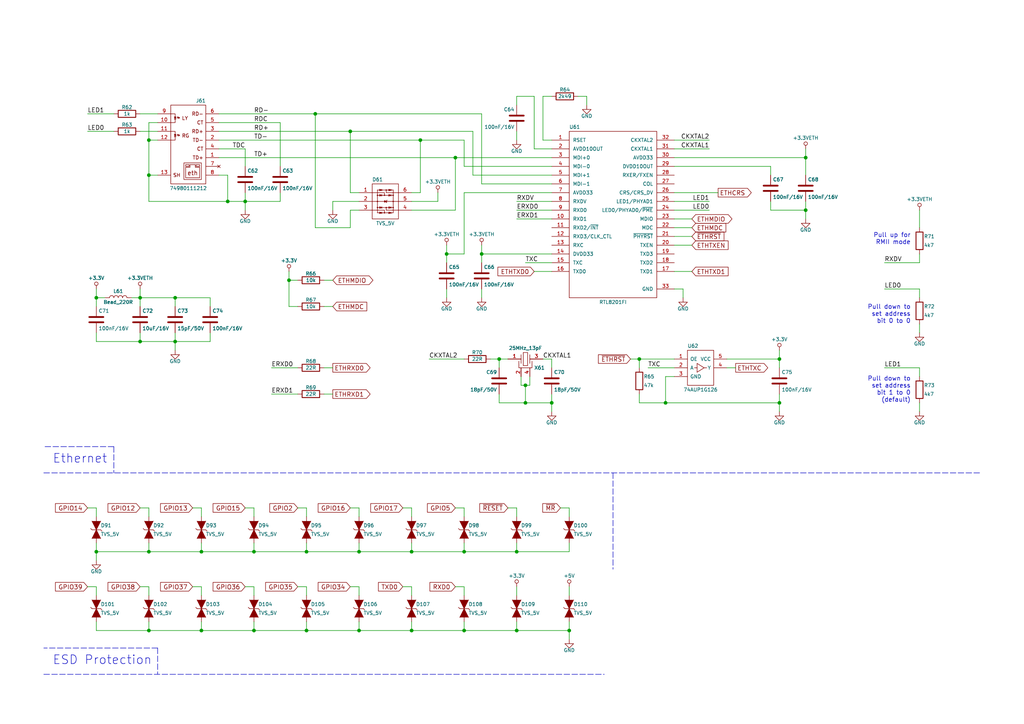
<source format=kicad_sch>
(kicad_sch (version 20211123) (generator eeschema)
  (paper "A4")
  (title_block (title "IOT ESP Ethernet") (date "2023-12-30") (rev "1") (company "Uysan"))
  (junction (at 193.04 116.84))
  (junction (at 43.18 160.02))
  (junction (at 134.62 160.02))
  (junction (at 139.7 73.66))
  (junction (at 226.06 116.84))
  (junction (at 226.06 104.14))
  (junction (at 119.38 160.02))
  (junction (at 104.14 160.02))
  (junction (at 149.86 160.02))
  (junction (at 119.38 182.88))
  (junction (at 121.92 40.64))
  (junction (at 66.04 58.42))
  (junction (at 233.68 60.96))
  (junction (at 50.8 99.06))
  (junction (at 83.82 81.28))
  (junction (at 43.18 40.64))
  (junction (at 91.44 33.02))
  (junction (at 40.64 99.06))
  (junction (at 50.8 86.36))
  (junction (at 43.18 182.88))
  (junction (at 129.54 73.66))
  (junction (at 27.94 86.36))
  (junction (at 88.9 182.88))
  (junction (at 152.4 116.84))
  (junction (at 43.18 50.8))
  (junction (at 160.02 116.84))
  (junction (at 185.42 104.14))
  (junction (at 152.4 111.76))
  (junction (at 71.12 58.42))
  (junction (at 27.94 160.02))
  (junction (at 40.64 86.36))
  (junction (at 104.14 182.88))
  (junction (at 73.66 160.02))
  (junction (at 58.42 182.88))
  (junction (at 144.78 104.14))
  (junction (at 58.42 160.02))
  (junction (at 132.08 45.72))
  (junction (at 233.68 45.72))
  (junction (at 149.86 182.88))
  (junction (at 134.62 182.88))
  (junction (at 101.6 38.1))
  (junction (at 88.9 160.02))
  (junction (at 73.66 182.88))
  (junction (at 165.1 182.88))
  (wire (pts (xy 134.62 40.64) (xy 134.62 48.26)))
  (wire (pts (xy 134.62 160.02) (xy 149.86 160.02)))
  (wire (pts (xy 101.6 60.96) (xy 101.6 66.04)))
  (wire (pts (xy 91.44 33.02) (xy 139.7 33.02)))
  (wire (pts (xy 73.66 160.02) (xy 88.9 160.02)))
  (wire (pts (xy 134.62 48.26) (xy 160.02 48.26)))
  (wire (pts (xy 43.18 170.18) (xy 43.18 172.72)))
  (wire (pts (xy 71.12 43.18) (xy 71.12 48.26)))
  (wire (pts (xy 149.86 58.42) (xy 160.02 58.42)))
  (wire (pts (xy 58.42 182.88) (xy 73.66 182.88)))
  (wire (pts (xy 132.08 60.96) (xy 132.08 45.72)))
  (wire (pts (xy 129.54 83.82) (xy 129.54 86.36)))
  (wire (pts (xy 96.52 58.42) (xy 104.14 58.42)))
  (wire (pts (xy 149.86 147.32) (xy 147.32 147.32)))
  (wire (pts (xy 58.42 180.34) (xy 58.42 182.88)))
  (wire (pts (xy 27.94 96.52) (xy 27.94 99.06)))
  (wire (pts (xy 153.67 111.76) (xy 153.67 109.22)))
  (polyline (pts (xy 12.7 195.58) (xy 175.26 195.58)))
  (wire (pts (xy 83.82 81.28) (xy 86.36 81.28)))
  (wire (pts (xy 195.58 43.18) (xy 205.74 43.18)))
  (wire (pts (xy 38.1 86.36) (xy 40.64 86.36)))
  (wire (pts (xy 144.78 104.14) (xy 147.32 104.14)))
  (wire (pts (xy 195.58 55.88) (xy 208.28 55.88)))
  (wire (pts (xy 266.7 60.96) (xy 266.7 66.04)))
  (wire (pts (xy 193.04 116.84) (xy 193.04 109.22)))
  (wire (pts (xy 134.62 180.34) (xy 134.62 182.88)))
  (wire (pts (xy 256.54 76.2) (xy 266.7 76.2)))
  (wire (pts (xy 40.64 170.18) (xy 43.18 170.18)))
  (wire (pts (xy 73.66 172.72) (xy 73.66 170.18)))
  (wire (pts (xy 233.68 58.42) (xy 233.68 60.96)))
  (wire (pts (xy 160.02 116.84) (xy 160.02 119.38)))
  (wire (pts (xy 43.18 160.02) (xy 27.94 160.02)))
  (wire (pts (xy 88.9 180.34) (xy 88.9 182.88)))
  (wire (pts (xy 60.96 86.36) (xy 60.96 88.9)))
  (wire (pts (xy 132.08 147.32) (xy 134.62 147.32)))
  (wire (pts (xy 104.14 147.32) (xy 101.6 147.32)))
  (wire (pts (xy 66.04 58.42) (xy 71.12 58.42)))
  (wire (pts (xy 149.86 182.88) (xy 165.1 182.88)))
  (wire (pts (xy 134.62 182.88) (xy 149.86 182.88)))
  (wire (pts (xy 25.4 147.32) (xy 27.94 147.32)))
  (wire (pts (xy 66.04 50.8) (xy 66.04 58.42)))
  (wire (pts (xy 149.86 160.02) (xy 165.1 160.02)))
  (wire (pts (xy 43.18 147.32) (xy 43.18 149.86)))
  (wire (pts (xy 119.38 157.48) (xy 119.38 160.02)))
  (wire (pts (xy 160.02 50.8) (xy 137.16 50.8)))
  (wire (pts (xy 43.18 35.56) (xy 43.18 40.64)))
  (wire (pts (xy 223.52 60.96) (xy 233.68 60.96)))
  (wire (pts (xy 134.62 55.88) (xy 134.62 73.66)))
  (wire (pts (xy 60.96 96.52) (xy 60.96 99.06)))
  (wire (pts (xy 88.9 147.32) (xy 86.36 147.32)))
  (wire (pts (xy 233.68 50.8) (xy 233.68 45.72)))
  (wire (pts (xy 43.18 160.02) (xy 58.42 160.02)))
  (wire (pts (xy 152.4 76.2) (xy 160.02 76.2)))
  (wire (pts (xy 139.7 73.66) (xy 160.02 73.66)))
  (wire (pts (xy 71.12 58.42) (xy 71.12 60.96)))
  (wire (pts (xy 195.58 68.58) (xy 200.66 68.58)))
  (wire (pts (xy 139.7 83.82) (xy 139.7 86.36)))
  (wire (pts (xy 83.82 81.28) (xy 83.82 88.9)))
  (wire (pts (xy 88.9 170.18) (xy 88.9 172.72)))
  (wire (pts (xy 185.42 104.14) (xy 185.42 106.68)))
  (wire (pts (xy 149.86 149.86) (xy 149.86 147.32)))
  (wire (pts (xy 165.1 182.88) (xy 165.1 185.42)))
  (wire (pts (xy 88.9 149.86) (xy 88.9 147.32)))
  (wire (pts (xy 50.8 99.06) (xy 50.8 96.52)))
  (wire (pts (xy 195.58 63.5) (xy 200.66 63.5)))
  (wire (pts (xy 73.66 157.48) (xy 73.66 160.02)))
  (wire (pts (xy 73.66 149.86) (xy 73.66 147.32)))
  (wire (pts (xy 81.28 55.88) (xy 81.28 58.42)))
  (wire (pts (xy 104.14 55.88) (xy 101.6 55.88)))
  (wire (pts (xy 139.7 73.66) (xy 139.7 76.2)))
  (polyline (pts (xy 177.8 137.16) (xy 177.8 165.1)))
  (wire (pts (xy 27.94 170.18) (xy 27.94 172.72)))
  (wire (pts (xy 165.1 147.32) (xy 162.56 147.32)))
  (wire (pts (xy 266.7 83.82) (xy 266.7 86.36)))
  (wire (pts (xy 63.5 38.1) (xy 101.6 38.1)))
  (wire (pts (xy 165.1 182.88) (xy 165.1 180.34)))
  (wire (pts (xy 165.1 170.18) (xy 165.1 172.72)))
  (wire (pts (xy 119.38 160.02) (xy 134.62 160.02)))
  (wire (pts (xy 27.94 160.02) (xy 27.94 157.48)))
  (wire (pts (xy 124.46 104.14) (xy 134.62 104.14)))
  (wire (pts (xy 93.98 81.28) (xy 96.52 81.28)))
  (wire (pts (xy 27.94 182.88) (xy 43.18 182.88)))
  (wire (pts (xy 40.64 86.36) (xy 40.64 88.9)))
  (wire (pts (xy 266.7 73.66) (xy 266.7 76.2)))
  (wire (pts (xy 226.06 116.84) (xy 193.04 116.84)))
  (wire (pts (xy 66.04 58.42) (xy 43.18 58.42)))
  (wire (pts (xy 151.13 111.76) (xy 152.4 111.76)))
  (wire (pts (xy 86.36 170.18) (xy 88.9 170.18)))
  (wire (pts (xy 256.54 106.68) (xy 266.7 106.68)))
  (wire (pts (xy 78.74 106.68) (xy 86.36 106.68)))
  (wire (pts (xy 144.78 116.84) (xy 152.4 116.84)))
  (wire (pts (xy 195.58 71.12) (xy 200.66 71.12)))
  (wire (pts (xy 137.16 38.1) (xy 137.16 50.8)))
  (wire (pts (xy 104.14 60.96) (xy 101.6 60.96)))
  (polyline (pts (xy 12.7 137.16) (xy 284.48 137.16)))
  (wire (pts (xy 27.94 170.18) (xy 25.4 170.18)))
  (polyline (pts (xy 33.02 129.54) (xy 33.02 137.16)))
  (wire (pts (xy 63.5 40.64) (xy 121.92 40.64)))
  (wire (pts (xy 73.66 182.88) (xy 88.9 182.88)))
  (wire (pts (xy 139.7 33.02) (xy 139.7 53.34)))
  (wire (pts (xy 134.62 147.32) (xy 134.62 149.86)))
  (wire (pts (xy 127 58.42) (xy 119.38 58.42)))
  (wire (pts (xy 149.86 63.5) (xy 160.02 63.5)))
  (wire (pts (xy 73.66 180.34) (xy 73.66 182.88)))
  (wire (pts (xy 78.74 114.3) (xy 86.36 114.3)))
  (wire (pts (xy 91.44 66.04) (xy 91.44 33.02)))
  (wire (pts (xy 119.38 147.32) (xy 116.84 147.32)))
  (wire (pts (xy 185.42 104.14) (xy 195.58 104.14)))
  (wire (pts (xy 233.68 60.96) (xy 233.68 63.5)))
  (wire (pts (xy 160.02 114.3) (xy 160.02 116.84)))
  (wire (pts (xy 58.42 157.48) (xy 58.42 160.02)))
  (wire (pts (xy 73.66 147.32) (xy 71.12 147.32)))
  (wire (pts (xy 134.62 55.88) (xy 160.02 55.88)))
  (wire (pts (xy 226.06 101.6) (xy 226.06 104.14)))
  (wire (pts (xy 157.48 40.64) (xy 160.02 40.64)))
  (wire (pts (xy 210.82 106.68) (xy 213.36 106.68)))
  (wire (pts (xy 83.82 78.74) (xy 83.82 81.28)))
  (wire (pts (xy 132.08 45.72) (xy 160.02 45.72)))
  (wire (pts (xy 104.14 149.86) (xy 104.14 147.32)))
  (wire (pts (xy 157.48 27.94) (xy 157.48 40.64)))
  (wire (pts (xy 40.64 147.32) (xy 43.18 147.32)))
  (wire (pts (xy 25.4 38.1) (xy 33.02 38.1)))
  (wire (pts (xy 63.5 35.56) (xy 81.28 35.56)))
  (wire (pts (xy 142.24 104.14) (xy 144.78 104.14)))
  (wire (pts (xy 104.14 157.48) (xy 104.14 160.02)))
  (wire (pts (xy 165.1 149.86) (xy 165.1 147.32)))
  (wire (pts (xy 149.86 157.48) (xy 149.86 160.02)))
  (wire (pts (xy 93.98 88.9) (xy 96.52 88.9)))
  (wire (pts (xy 129.54 73.66) (xy 134.62 73.66)))
  (wire (pts (xy 195.58 45.72) (xy 233.68 45.72)))
  (wire (pts (xy 160.02 43.18) (xy 154.94 43.18)))
  (wire (pts (xy 149.86 170.18) (xy 149.86 172.72)))
  (wire (pts (xy 43.18 182.88) (xy 58.42 182.88)))
  (wire (pts (xy 27.94 86.36) (xy 30.48 86.36)))
  (wire (pts (xy 58.42 160.02) (xy 73.66 160.02)))
  (wire (pts (xy 43.18 40.64) (xy 45.72 40.64)))
  (wire (pts (xy 154.94 43.18) (xy 154.94 27.94)))
  (wire (pts (xy 88.9 182.88) (xy 104.14 182.88)))
  (wire (pts (xy 152.4 116.84) (xy 160.02 116.84)))
  (wire (pts (xy 27.94 180.34) (xy 27.94 182.88)))
  (wire (pts (xy 127 55.88) (xy 127 58.42)))
  (wire (pts (xy 81.28 35.56) (xy 81.28 48.26)))
  (wire (pts (xy 86.36 88.9) (xy 83.82 88.9)))
  (wire (pts (xy 195.58 78.74) (xy 200.66 78.74)))
  (wire (pts (xy 165.1 160.02) (xy 165.1 157.48)))
  (polyline (pts (xy 45.72 187.96) (xy 12.7 187.96)))
  (wire (pts (xy 43.18 50.8) (xy 43.18 58.42)))
  (wire (pts (xy 226.06 116.84) (xy 226.06 119.38)))
  (wire (pts (xy 27.94 99.06) (xy 40.64 99.06)))
  (wire (pts (xy 121.92 40.64) (xy 134.62 40.64)))
  (wire (pts (xy 50.8 86.36) (xy 40.64 86.36)))
  (wire (pts (xy 50.8 86.36) (xy 60.96 86.36)))
  (wire (pts (xy 193.04 109.22) (xy 195.58 109.22)))
  (wire (pts (xy 233.68 43.18) (xy 233.68 45.72)))
  (wire (pts (xy 149.86 38.1) (xy 149.86 40.64)))
  (wire (pts (xy 151.13 109.22) (xy 151.13 111.76)))
  (wire (pts (xy 27.94 147.32) (xy 27.94 149.86)))
  (wire (pts (xy 40.64 96.52) (xy 40.64 99.06)))
  (wire (pts (xy 195.58 66.04) (xy 200.66 66.04)))
  (wire (pts (xy 149.86 60.96) (xy 160.02 60.96)))
  (wire (pts (xy 154.94 27.94) (xy 149.86 27.94)))
  (wire (pts (xy 132.08 170.18) (xy 134.62 170.18)))
  (wire (pts (xy 101.6 38.1) (xy 137.16 38.1)))
  (wire (pts (xy 119.38 170.18) (xy 119.38 172.72)))
  (wire (pts (xy 187.96 106.68) (xy 195.58 106.68)))
  (wire (pts (xy 266.7 106.68) (xy 266.7 109.22)))
  (wire (pts (xy 104.14 160.02) (xy 119.38 160.02)))
  (wire (pts (xy 71.12 58.42) (xy 81.28 58.42)))
  (wire (pts (xy 58.42 172.72) (xy 58.42 170.18)))
  (wire (pts (xy 40.64 83.82) (xy 40.64 86.36)))
  (wire (pts (xy 50.8 99.06) (xy 60.96 99.06)))
  (wire (pts (xy 104.14 182.88) (xy 119.38 182.88)))
  (polyline (pts (xy 33.02 129.54) (xy 12.7 129.54)))
  (wire (pts (xy 119.38 182.88) (xy 134.62 182.88)))
  (wire (pts (xy 27.94 86.36) (xy 27.94 88.9)))
  (wire (pts (xy 101.6 55.88) (xy 101.6 38.1)))
  (wire (pts (xy 195.58 60.96) (xy 205.74 60.96)))
  (wire (pts (xy 119.38 55.88) (xy 121.92 55.88)))
  (wire (pts (xy 93.98 114.3) (xy 96.52 114.3)))
  (wire (pts (xy 149.86 180.34) (xy 149.86 182.88)))
  (wire (pts (xy 149.86 27.94) (xy 149.86 30.48)))
  (wire (pts (xy 40.64 99.06) (xy 50.8 99.06)))
  (wire (pts (xy 119.38 60.96) (xy 132.08 60.96)))
  (wire (pts (xy 266.7 93.98) (xy 266.7 96.52)))
  (wire (pts (xy 160.02 104.14) (xy 160.02 106.68)))
  (wire (pts (xy 157.48 104.14) (xy 160.02 104.14)))
  (wire (pts (xy 58.42 170.18) (xy 55.88 170.18)))
  (wire (pts (xy 144.78 114.3) (xy 144.78 116.84)))
  (wire (pts (xy 134.62 170.18) (xy 134.62 172.72)))
  (wire (pts (xy 185.42 116.84) (xy 193.04 116.84)))
  (wire (pts (xy 195.58 40.64) (xy 205.74 40.64)))
  (wire (pts (xy 73.66 170.18) (xy 71.12 170.18)))
  (wire (pts (xy 170.18 30.48) (xy 170.18 27.94)))
  (wire (pts (xy 43.18 157.48) (xy 43.18 160.02)))
  (wire (pts (xy 43.18 35.56) (xy 45.72 35.56)))
  (wire (pts (xy 27.94 83.82) (xy 27.94 86.36)))
  (wire (pts (xy 121.92 55.88) (xy 121.92 40.64)))
  (wire (pts (xy 58.42 147.32) (xy 55.88 147.32)))
  (wire (pts (xy 104.14 170.18) (xy 104.14 172.72)))
  (wire (pts (xy 119.38 147.32) (xy 119.38 149.86)))
  (wire (pts (xy 266.7 116.84) (xy 266.7 119.38)))
  (wire (pts (xy 43.18 40.64) (xy 43.18 50.8)))
  (wire (pts (xy 152.4 116.84) (xy 152.4 111.76)))
  (wire (pts (xy 195.58 58.42) (xy 205.74 58.42)))
  (polyline (pts (xy 45.72 187.96) (xy 45.72 195.58)))
  (wire (pts (xy 226.06 104.14) (xy 226.06 106.68)))
  (wire (pts (xy 27.94 160.02) (xy 27.94 162.56)))
  (wire (pts (xy 223.52 48.26) (xy 223.52 50.8)))
  (wire (pts (xy 152.4 111.76) (xy 153.67 111.76)))
  (wire (pts (xy 25.4 33.02) (xy 33.02 33.02)))
  (wire (pts (xy 101.6 66.04) (xy 91.44 66.04)))
  (wire (pts (xy 119.38 180.34) (xy 119.38 182.88)))
  (wire (pts (xy 195.58 48.26) (xy 223.52 48.26)))
  (wire (pts (xy 50.8 99.06) (xy 50.8 101.6)))
  (wire (pts (xy 40.64 38.1) (xy 45.72 38.1)))
  (wire (pts (xy 182.88 104.14) (xy 185.42 104.14)))
  (wire (pts (xy 88.9 160.02) (xy 104.14 160.02)))
  (wire (pts (xy 63.5 43.18) (xy 71.12 43.18)))
  (wire (pts (xy 93.98 106.68) (xy 96.52 106.68)))
  (wire (pts (xy 226.06 114.3) (xy 226.06 116.84)))
  (wire (pts (xy 210.82 104.14) (xy 226.06 104.14)))
  (wire (pts (xy 88.9 157.48) (xy 88.9 160.02)))
  (wire (pts (xy 63.5 33.02) (xy 91.44 33.02)))
  (wire (pts (xy 71.12 55.88) (xy 71.12 58.42)))
  (wire (pts (xy 160.02 27.94) (xy 157.48 27.94)))
  (wire (pts (xy 129.54 73.66) (xy 129.54 76.2)))
  (wire (pts (xy 104.14 180.34) (xy 104.14 182.88)))
  (wire (pts (xy 58.42 149.86) (xy 58.42 147.32)))
  (wire (pts (xy 160.02 53.34) (xy 139.7 53.34)))
  (wire (pts (xy 134.62 157.48) (xy 134.62 160.02)))
  (wire (pts (xy 223.52 58.42) (xy 223.52 60.96)))
  (wire (pts (xy 256.54 83.82) (xy 266.7 83.82)))
  (wire (pts (xy 195.58 83.82) (xy 198.12 83.82)))
  (wire (pts (xy 43.18 180.34) (xy 43.18 182.88)))
  (wire (pts (xy 129.54 71.12) (xy 129.54 73.66)))
  (wire (pts (xy 40.64 33.02) (xy 45.72 33.02)))
  (wire (pts (xy 116.84 170.18) (xy 119.38 170.18)))
  (wire (pts (xy 185.42 114.3) (xy 185.42 116.84)))
  (wire (pts (xy 101.6 170.18) (xy 104.14 170.18)))
  (wire (pts (xy 167.64 27.94) (xy 170.18 27.94)))
  (wire (pts (xy 154.94 78.74) (xy 160.02 78.74)))
  (wire (pts (xy 139.7 71.12) (xy 139.7 73.66)))
  (wire (pts (xy 63.5 45.72) (xy 132.08 45.72)))
  (wire (pts (xy 198.12 86.36) (xy 198.12 83.82)))
  (wire (pts (xy 50.8 86.36) (xy 50.8 88.9)))
  (wire (pts (xy 144.78 104.14) (xy 144.78 106.68)))
  (wire (pts (xy 63.5 50.8) (xy 66.04 50.8)))
  (wire (pts (xy 45.72 50.8) (xy 43.18 50.8)))
  (wire (pts (xy 96.52 58.42) (xy 96.52 60.96)))
  (text "ESD Protection" (at 15.24 193.04 0) (effects (font (size 2.54 2.54)) (justify left bottom)))
  (text "Pull down to\nset address\nbit 0 to 0" (at 264.16 93.98 180) (effects (font (size 1.27 1.27)) (justify right bottom)))
  (text "Pull down to\nset address\nbit 1 to 0\n(default)" (at 264.16 116.84 180) (effects (font (size 1.27 1.27)) (justify right bottom)))
  (text "Pull up for\nRMII mode" (at 264.16 71.12 180) (effects (font (size 1.27 1.27)) (justify right bottom)))
  (text "Ethernet" (at 15.24 134.62 0) (effects (font (size 2.54 2.54)) (justify left bottom)))
  (label "ERXD1" (at 78.74 114.3 0))
  (label "CKXTAL1" (at 157.48 104.14 0))
  (label "TD-" (at 73.66 40.64 0))
  (label "LED1" (at 25.4 33.02 0))
  (label "ERXD0" (at 149.86 60.96 0))
  (label "RDC" (at 73.66 35.56 0))
  (label "ERXD0" (at 78.74 106.68 0))
  (label "TXC" (at 152.4 76.2 0))
  (label "RXDV" (at 256.54 76.2 0))
  (label "CKXTAL2" (at 124.46 104.14 0))
  (label "TXC" (at 187.96 106.68 0))
  (label "CKXTAL2" (at 205.74 40.64 180))
  (label "LED0" (at 205.74 60.96 180))
  (label "LED0" (at 25.4 38.1 0))
  (label "RXDV" (at 149.86 58.42 0))
  (label "LED1" (at 256.54 106.68 0))
  (label "CKXTAL1" (at 205.74 43.18 180))
  (label "LED1" (at 205.74 58.42 180))
  (label "RD-" (at 73.66 33.02 0))
  (label "RD+" (at 73.66 38.1 0))
  (label "ERXD1" (at 149.86 63.5 0))
  (label "TD+" (at 73.66 45.72 0))
  (label "LED0" (at 256.54 83.82 0))
  (label "TDC" (at 71.12 43.18 180))
  (global_label "ETHRXD0" (shape output) (at 96.52 106.68 0) (property "Intersheet References" "${INTERSHEET_REFS}" (effects hide)))
  (global_label "GPIO39" (shape input) (at 25.4 170.18 180) (property "Intersheet References" "${INTERSHEET_REFS}" (effects hide)))
  (global_label "GPIO16" (shape input) (at 101.6 147.32 180) (property "Intersheet References" "${INTERSHEET_REFS}" (effects hide)))
  (global_label "~{ETHRST}" (shape input) (at 182.88 104.14 180) (property "Intersheet References" "${INTERSHEET_REFS}" (effects hide)))
  (global_label "GPIO13" (shape input) (at 55.88 147.32 180) (property "Intersheet References" "${INTERSHEET_REFS}" (effects hide)))
  (global_label "GPIO35" (shape input) (at 86.36 170.18 180) (property "Intersheet References" "${INTERSHEET_REFS}" (effects hide)))
  (global_label "GPIO37" (shape input) (at 55.88 170.18 180) (property "Intersheet References" "${INTERSHEET_REFS}" (effects hide)))
  (global_label "ETHTXC" (shape output) (at 213.36 106.68 0) (property "Intersheet References" "${INTERSHEET_REFS}" (effects hide)))
  (global_label "ETHMDIO" (shape bidirectional) (at 200.66 63.5 0) (property "Intersheet References" "${INTERSHEET_REFS}" (effects hide)))
  (global_label "ETHRXD1" (shape output) (at 96.52 114.3 0) (property "Intersheet References" "${INTERSHEET_REFS}" (effects hide)))
  (global_label "ETHMDIO" (shape bidirectional) (at 96.52 81.28 0) (property "Intersheet References" "${INTERSHEET_REFS}" (effects hide)))
  (global_label "GPIO17" (shape input) (at 116.84 147.32 180) (property "Intersheet References" "${INTERSHEET_REFS}" (effects hide)))
  (global_label "GPIO36" (shape input) (at 71.12 170.18 180) (property "Intersheet References" "${INTERSHEET_REFS}" (effects hide)))
  (global_label "GPIO2" (shape input) (at 86.36 147.32 180) (property "Intersheet References" "${INTERSHEET_REFS}" (effects hide)))
  (global_label "TXD0" (shape input) (at 116.84 170.18 180) (property "Intersheet References" "${INTERSHEET_REFS}" (effects hide)))
  (global_label "ETHTXD1" (shape input) (at 200.66 78.74 0) (property "Intersheet References" "${INTERSHEET_REFS}" (effects hide)))
  (global_label "GPIO5" (shape input) (at 132.08 147.32 180) (property "Intersheet References" "${INTERSHEET_REFS}" (effects hide)))
  (global_label "GPIO15" (shape input) (at 71.12 147.32 180) (property "Intersheet References" "${INTERSHEET_REFS}" (effects hide)))
  (global_label "~{MR}" (shape input) (at 162.56 147.32 180) (property "Intersheet References" "${INTERSHEET_REFS}" (effects hide)))
  (global_label "~{RESET}" (shape input) (at 147.32 147.32 180) (property "Intersheet References" "${INTERSHEET_REFS}" (effects hide)))
  (global_label "ETHMDC" (shape input) (at 96.52 88.9 0) (property "Intersheet References" "${INTERSHEET_REFS}" (effects hide)))
  (global_label "ETHMDC" (shape input) (at 200.66 66.04 0) (property "Intersheet References" "${INTERSHEET_REFS}" (effects hide)))
  (global_label "RXD0" (shape input) (at 132.08 170.18 180) (property "Intersheet References" "${INTERSHEET_REFS}" (effects hide)))
  (global_label "~{ETHRST}" (shape input) (at 200.66 68.58 0) (property "Intersheet References" "${INTERSHEET_REFS}" (effects hide)))
  (global_label "GPIO12" (shape input) (at 40.64 147.32 180) (property "Intersheet References" "${INTERSHEET_REFS}" (effects hide)))
  (global_label "ETHCRS" (shape output) (at 208.28 55.88 0) (property "Intersheet References" "${INTERSHEET_REFS}" (effects hide)))
  (global_label "GPIO34" (shape input) (at 101.6 170.18 180) (property "Intersheet References" "${INTERSHEET_REFS}" (effects hide)))
  (global_label "GPIO14" (shape input) (at 25.4 147.32 180) (property "Intersheet References" "${INTERSHEET_REFS}" (effects hide)))
  (global_label "ETHTXD0" (shape input) (at 154.94 78.74 180) (property "Intersheet References" "${INTERSHEET_REFS}" (effects hide)))
  (global_label "GPIO38" (shape input) (at 40.64 170.18 180) (property "Intersheet References" "${INTERSHEET_REFS}" (effects hide)))
  (global_label "ETHTXEN" (shape input) (at 200.66 71.12 0) (property "Intersheet References" "${INTERSHEET_REFS}" (effects hide)))
  (symbol (lib_id "Celebi:resistor") (at 266.7 90.17 270) (mirror x) (unit 1)
    (property "Reference" "R72" (at 267.97 88.9 90) (effects (font (size 1.016 1.016)) (justify left)))
    (property "Value" "4k7" (at 267.97 91.44 90) (effects (font (size 1.016 1.016)) (justify left)))
    (property "Footprint" "Celebi:SM0402" (effects hide))
    (property "Datasheet" "https://www.yageo.com/upload/media/product/productsearch/datasheet/rchip/PYu-RC_Group_51_RoHS_L_12.pdf" (effects hide))
    (property "Tolerance" "1%" (effects hide))
    (property "Power" "1/16W" (effects hide))
    (property "Temperature" "-55+155°C" (effects hide))
    (property "Manufacturer" "Yageo" (effects hide))
    (property "PartNumber" "RC0402FR-074K7L" (effects hide))
    (property "Digikey" "311-4.7KLRCT-ND" (effects hide))
  )
  (symbol (lib_id "Celebi:resistor") (at 90.17 114.3 0) (unit 1)
    (property "Reference" "R69" (at 90.17 112.395 0) (effects (font (size 1.016 1.016))))
    (property "Value" "22R" (at 90.17 114.3 0) (effects (font (size 1.016 1.016))))
    (property "Footprint" "Celebi:SM0402" (effects hide))
    (property "Datasheet" "https://www.yageo.com/upload/media/product/productsearch/datasheet/rchip/PYu-RC_Group_51_RoHS_L_12.pdf" (effects hide))
    (property "Tolerance" "1%" (effects hide))
    (property "Power" "1/16W" (effects hide))
    (property "Temperature" "-55+155°C" (effects hide))
    (property "Manufacturer" "Yageo" (effects hide))
    (property "PartNumber" "RC0402FR-0722RL" (effects hide))
    (property "Digikey" "311-22.0LRCT-ND" (effects hide))
  )
  (symbol (lib_id "Celebi:Diode-TVS_Bidirectional") (at 149.86 176.53 90) (unit 1)
    (property "Reference" "D109" (at 151.13 175.26 90) (effects (font (size 1.016 1.016)) (justify right)))
    (property "Value" "TVS_5V" (at 151.13 177.8 90) (effects (font (size 1.016 1.016)) (justify right)))
    (property "Footprint" "Celebi:DFN1006-2" (effects hide))
    (property "Datasheet" "https://en.leiditech.com/u_file/file/products/2212/16/1ac2f97961.pdf" (effects hide))
    (property "Tolerance" "_" (effects hide))
    (property "Power" "110W" (effects hide))
    (property "Temperature" "-55+150°C" (effects hide))
    (property "Manufacturer" "Leiditech" (effects hide))
    (property "PartNumber" "ULC0511CDN" (effects hide))
    (property "Digikey" "!490-12804-1-ND" (effects hide))
  )
  (symbol (lib_id "Celebi:RTL8201F") (at 177.8 62.23 0) (unit 1)
    (property "Reference" "U61" (at 165.1 36.83 0) (effects (font (size 1.016 1.016)) (justify left)))
    (property "Value" "RTL8201FI" (at 177.8 87.63 0) (effects (font (size 1.016 1.016))))
    (property "Footprint" "Celebi:QFN32_5x5_P0.5_E3.35mm" (effects hide))
    (property "Datasheet" "https://datasheet.lcsc.com/lcsc/2205101116_Realtek-Semicon-RTL8201FI-VC-CG_C2763557.pdf" (effects hide))
    (property "Tolerance" "_" (effects hide))
    (property "Power" "_" (effects hide))
    (property "Temperature" "-40+85°C" (effects hide))
    (property "Manufacturer" "Realtek" (effects hide))
    (property "PartNumber" "RTL8201FI-VC-CG" (effects hide))
    (property "Digikey" "_" (effects hide))
  )
  (symbol (lib_id "Celebi:Diode-TVS_Bidirectional") (at 43.18 176.53 90) (unit 1)
    (property "Reference" "D102" (at 44.45 175.26 90) (effects (font (size 1.016 1.016)) (justify right)))
    (property "Value" "TVS_5V" (at 44.45 177.8 90) (effects (font (size 1.016 1.016)) (justify right)))
    (property "Footprint" "Celebi:DFN1006-2" (effects hide))
    (property "Datasheet" "https://en.leiditech.com/u_file/file/products/2212/16/1ac2f97961.pdf" (effects hide))
    (property "Tolerance" "_" (effects hide))
    (property "Power" "110W" (effects hide))
    (property "Temperature" "-55+150°C" (effects hide))
    (property "Manufacturer" "Leiditech" (effects hide))
    (property "PartNumber" "ULC0511CDN" (effects hide))
    (property "Digikey" "!490-12804-1-ND" (effects hide))
  )
  (symbol (lib_id "Celebi:Diode-TVS_Bidirectional") (at 88.9 176.53 90) (unit 1)
    (property "Reference" "D105" (at 90.17 175.26 90) (effects (font (size 1.016 1.016)) (justify right)))
    (property "Value" "TVS_5V" (at 90.17 177.8 90) (effects (font (size 1.016 1.016)) (justify right)))
    (property "Footprint" "Celebi:DFN1006-2" (effects hide))
    (property "Datasheet" "https://en.leiditech.com/u_file/file/products/2212/16/1ac2f97961.pdf" (effects hide))
    (property "Tolerance" "_" (effects hide))
    (property "Power" "110W" (effects hide))
    (property "Temperature" "-55+150°C" (effects hide))
    (property "Manufacturer" "Leiditech" (effects hide))
    (property "PartNumber" "ULC0511CDN" (effects hide))
    (property "Digikey" "!490-12804-1-ND" (effects hide))
  )
  (symbol (lib_id "Celebi:resistor") (at 185.42 110.49 270) (unit 1)
    (property "Reference" "R65" (at 186.69 109.22 90) (effects (font (size 1.016 1.016)) (justify left)))
    (property "Value" "47k" (at 186.69 111.76 90) (effects (font (size 1.016 1.016)) (justify left)))
    (property "Footprint" "Celebi:SM0402" (effects hide))
    (property "Datasheet" "https://www.yageo.com/upload/media/product/productsearch/datasheet/rchip/PYu-RC_Group_51_RoHS_L_12.pdf" (effects hide))
    (property "Tolerance" "1%" (effects hide))
    (property "Power" "1/16W" (effects hide))
    (property "Temperature" "-55+155°C" (effects hide))
    (property "Manufacturer" "Yageo" (effects hide))
    (property "PartNumber" "RC0402FR-0747KL" (effects hide))
    (property "Digikey" "311-47.0KLRCT-ND" (effects hide))
  )
  (symbol (lib_id "Celebi:+3.3V") (at 83.82 78.74 0) (unit 1)
    (property "Reference" "#PWR0215" (effects hide))
    (property "Value" "+3.3V" (at 83.82 75.565 0) (effects (font (size 1.016 1.016))))
  )
  (symbol (lib_id "Celebi:GND") (at 160.02 119.38 0) (unit 1)
    (property "Reference" "#PWR0198" (effects hide))
    (property "Value" "GND" (at 160.02 122.555 0) (effects (font (size 1.016 1.016))))
  )
  (symbol (lib_id "Celebi:resistor") (at 36.83 38.1 0) (unit 1)
    (property "Reference" "R63" (at 36.83 36.195 0) (effects (font (size 1.016 1.016))))
    (property "Value" "1k" (at 36.83 38.1 0) (effects (font (size 1.016 1.016))))
    (property "Footprint" "Celebi:SM0402" (effects hide))
    (property "Datasheet" "https://www.yageo.com/upload/media/product/productsearch/datasheet/rchip/PYu-RC_Group_51_RoHS_L_12.pdf" (effects hide))
    (property "Tolerance" "1%" (effects hide))
    (property "Power" "1/16W" (effects hide))
    (property "Temperature" "-55+155°C" (effects hide))
    (property "Manufacturer" "Yageo" (effects hide))
    (property "PartNumber" "RC0402FR-071KL" (effects hide))
    (property "Digikey" "311-1.00KLRCT-ND" (effects hide))
  )
  (symbol (lib_id "Celebi:capacitor") (at 233.68 54.61 270) (unit 1)
    (property "Reference" "C68" (at 234.315 52.07 90) (effects (font (size 1.016 1.016)) (justify left)))
    (property "Value" "100nF{slash}16V" (at 234.315 57.15 90) (effects (font (size 1.016 1.016)) (justify left)))
    (property "Footprint" "Celebi:SM0402C" (effects hide))
    (property "Datasheet" "http://weblib.samsungsem.com/mlcc/mlcc-ec-data-sheet.do?partNumber=CL05B104KO5NNN" (effects hide))
    (property "Tolerance" "10%" (effects hide))
    (property "Power" "_" (effects hide))
    (property "Temperature" "-55+125°C" (effects hide))
    (property "Manufacturer" "Samsung" (effects hide))
    (property "PartNumber" "CL05B104KO5NNNC" (effects hide))
    (property "Digikey" "1276-1001-1-ND" (effects hide))
  )
  (symbol (lib_id "Celebi:+3.3VETH") (at 266.7 60.96 0) (unit 1)
    (property "Reference" "#PWR0179" (effects hide))
    (property "Value" "+3.3VETH" (at 266.7 57.785 0) (effects (font (size 1.016 1.016))))
  )
  (symbol (lib_id "Celebi:capacitor") (at 60.96 92.71 270) (unit 1)
    (property "Reference" "C74" (at 61.595 90.17 90) (effects (font (size 1.016 1.016)) (justify left)))
    (property "Value" "100nF{slash}16V" (at 61.595 95.25 90) (effects (font (size 1.016 1.016)) (justify left)))
    (property "Footprint" "Celebi:SM0402C" (effects hide))
    (property "Datasheet" "http://weblib.samsungsem.com/mlcc/mlcc-ec-data-sheet.do?partNumber=CL05B104KO5NNN" (effects hide))
    (property "Tolerance" "10%" (effects hide))
    (property "Power" "_" (effects hide))
    (property "Temperature" "-55+125°C" (effects hide))
    (property "Manufacturer" "Samsung" (effects hide))
    (property "PartNumber" "CL05B104KO5NNNC" (effects hide))
    (property "Digikey" "1276-1001-1-ND" (effects hide))
  )
  (symbol (lib_id "Celebi:Diode-TVS_Bidirectional") (at 104.14 153.67 90) (unit 1)
    (property "Reference" "D96" (at 105.41 152.4 90) (effects (font (size 1.016 1.016)) (justify right)))
    (property "Value" "TVS_5V" (at 105.41 154.94 90) (effects (font (size 1.016 1.016)) (justify right)))
    (property "Footprint" "Celebi:DFN1006-2" (effects hide))
    (property "Datasheet" "https://en.leiditech.com/u_file/file/products/2212/16/1ac2f97961.pdf" (effects hide))
    (property "Tolerance" "_" (effects hide))
    (property "Power" "110W" (effects hide))
    (property "Temperature" "-55+150°C" (effects hide))
    (property "Manufacturer" "Leiditech" (effects hide))
    (property "PartNumber" "ULC0511CDN" (effects hide))
    (property "Digikey" "!490-12804-1-ND" (effects hide))
  )
  (symbol (lib_id "Celebi:resistor") (at 163.83 27.94 0) (unit 1)
    (property "Reference" "R64" (at 163.83 26.035 0) (effects (font (size 1.016 1.016))))
    (property "Value" "2k49" (at 163.83 27.94 0) (effects (font (size 1.016 1.016))))
    (property "Footprint" "Celebi:SM0402" (effects hide))
    (property "Datasheet" "https://www.yageo.com/upload/media/product/productsearch/datasheet/rchip/PYu-RC_Group_51_RoHS_L_12.pdf" (effects hide))
    (property "Tolerance" "1%" (effects hide))
    (property "Power" "1/16W" (effects hide))
    (property "Temperature" "-55+155°C" (effects hide))
    (property "Manufacturer" "Yageo" (effects hide))
    (property "PartNumber" "RC0402FR-072K49L" (effects hide))
    (property "Digikey" "311-2.49KLRCT-ND" (effects hide))
  )
  (symbol (lib_id "Celebi:GND") (at 50.8 101.6 0) (unit 1)
    (property "Reference" "#PWR0212" (effects hide))
    (property "Value" "GND" (at 50.8 104.775 0) (effects (font (size 1.016 1.016))))
  )
  (symbol (lib_id "Celebi:Diode-TVS_Bidirectional") (at 73.66 153.67 90) (unit 1)
    (property "Reference" "D94" (at 74.93 152.4 90) (effects (font (size 1.016 1.016)) (justify right)))
    (property "Value" "TVS_5V" (at 74.93 154.94 90) (effects (font (size 1.016 1.016)) (justify right)))
    (property "Footprint" "Celebi:DFN1006-2" (effects hide))
    (property "Datasheet" "https://en.leiditech.com/u_file/file/products/2212/16/1ac2f97961.pdf" (effects hide))
    (property "Tolerance" "_" (effects hide))
    (property "Power" "110W" (effects hide))
    (property "Temperature" "-55+150°C" (effects hide))
    (property "Manufacturer" "Leiditech" (effects hide))
    (property "PartNumber" "ULC0511CDN" (effects hide))
    (property "Digikey" "!490-12804-1-ND" (effects hide))
  )
  (symbol (lib_id "Celebi:capacitor") (at 40.64 92.71 270) (unit 1)
    (property "Reference" "C72" (at 41.275 90.17 90) (effects (font (size 1.016 1.016)) (justify left)))
    (property "Value" "10uF/16V" (at 41.275 95.25 90) (effects (font (size 1.016 1.016)) (justify left)))
    (property "Footprint" "Celebi:SM0805C" (effects hide))
    (property "Datasheet" "http://weblib.samsungsem.com/mlcc/mlcc-ec-data-sheet.do?partNumber=CL21B106KOQNNN" (effects hide))
    (property "Tolerance" "10%" (effects hide))
    (property "Power" "_" (effects hide))
    (property "Temperature" "-55+125°C" (effects hide))
    (property "Manufacturer" "Samsung" (effects hide))
    (property "PartNumber" "CL21B106KOQNNNE" (effects hide))
    (property "Digikey" "1276-2872-1-ND" (effects hide))
  )
  (symbol (lib_id "Celebi:Diode-TVS_Bidirectional") (at 165.1 153.67 90) (unit 1)
    (property "Reference" "D100" (at 166.37 152.4 90) (effects (font (size 1.016 1.016)) (justify right)))
    (property "Value" "TVS_5V" (at 166.37 154.94 90) (effects (font (size 1.016 1.016)) (justify right)))
    (property "Footprint" "Celebi:DFN1006-2" (effects hide))
    (property "Datasheet" "https://en.leiditech.com/u_file/file/products/2212/16/1ac2f97961.pdf" (effects hide))
    (property "Tolerance" "_" (effects hide))
    (property "Power" "110W" (effects hide))
    (property "Temperature" "-55+150°C" (effects hide))
    (property "Manufacturer" "Leiditech" (effects hide))
    (property "PartNumber" "ULC0511CDN" (effects hide))
    (property "Digikey" "!490-12804-1-ND" (effects hide))
  )
  (symbol (lib_id "Celebi:GND") (at 96.52 60.96 0) (unit 1)
    (property "Reference" "#PWR0157" (effects hide))
    (property "Value" "GND" (at 96.52 64.135 0) (effects (font (size 1.016 1.016))))
  )
  (symbol (lib_id "Celebi:resistor") (at 90.17 81.28 0) (unit 1)
    (property "Reference" "R66" (at 90.17 79.375 0) (effects (font (size 1.016 1.016))))
    (property "Value" "10k" (at 90.17 81.28 0) (effects (font (size 1.016 1.016))))
    (property "Footprint" "Celebi:SM0402" (effects hide))
    (property "Datasheet" "https://www.yageo.com/upload/media/product/productsearch/datasheet/rchip/PYu-RC_Group_51_RoHS_L_12.pdf" (effects hide))
    (property "Tolerance" "1%" (effects hide))
    (property "Power" "1/16W" (effects hide))
    (property "Temperature" "-55+155°C" (effects hide))
    (property "Manufacturer" "Yageo" (effects hide))
    (property "PartNumber" "RC0402FR-0710KL" (effects hide))
    (property "Digikey" "311-10.0KLRCT-ND" (effects hide))
  )
  (symbol (lib_id "Celebi:GND") (at 129.54 86.36 0) (unit 1)
    (property "Reference" "#PWR0223" (effects hide))
    (property "Value" "GND" (at 129.54 89.535 0) (effects (font (size 1.016 1.016))))
  )
  (symbol (lib_id "Celebi:GND") (at 71.12 60.96 0) (unit 1)
    (property "Reference" "#PWR0218" (effects hide))
    (property "Value" "GND" (at 71.12 64.135 0) (effects (font (size 1.016 1.016))))
  )
  (symbol (lib_id "Celebi:Diode-TVS_Bidirectional") (at 43.18 153.67 90) (unit 1)
    (property "Reference" "D92" (at 44.45 152.4 90) (effects (font (size 1.016 1.016)) (justify right)))
    (property "Value" "TVS_5V" (at 44.45 154.94 90) (effects (font (size 1.016 1.016)) (justify right)))
    (property "Footprint" "Celebi:DFN1006-2" (effects hide))
    (property "Datasheet" "https://en.leiditech.com/u_file/file/products/2212/16/1ac2f97961.pdf" (effects hide))
    (property "Tolerance" "_" (effects hide))
    (property "Power" "110W" (effects hide))
    (property "Temperature" "-55+150°C" (effects hide))
    (property "Manufacturer" "Leiditech" (effects hide))
    (property "PartNumber" "ULC0511CDN" (effects hide))
    (property "Digikey" "!490-12804-1-ND" (effects hide))
  )
  (symbol (lib_id "Celebi:Diode-TVS_Bidirectional") (at 88.9 153.67 90) (unit 1)
    (property "Reference" "D95" (at 90.17 152.4 90) (effects (font (size 1.016 1.016)) (justify right)))
    (property "Value" "TVS_5V" (at 90.17 154.94 90) (effects (font (size 1.016 1.016)) (justify right)))
    (property "Footprint" "Celebi:DFN1006-2" (effects hide))
    (property "Datasheet" "https://en.leiditech.com/u_file/file/products/2212/16/1ac2f97961.pdf" (effects hide))
    (property "Tolerance" "_" (effects hide))
    (property "Power" "110W" (effects hide))
    (property "Temperature" "-55+150°C" (effects hide))
    (property "Manufacturer" "Leiditech" (effects hide))
    (property "PartNumber" "ULC0511CDN" (effects hide))
    (property "Digikey" "!490-12804-1-ND" (effects hide))
  )
  (symbol (lib_id "Celebi:824015") (at 111.76 58.42 0) (unit 1)
    (property "Reference" "D61" (at 107.95 52.07 0) (effects (font (size 1.016 1.016)) (justify left)))
    (property "Value" "TVS_5V" (at 111.76 64.77 0) (effects (font (size 1.016 1.016))))
    (property "Footprint" "Celebi:SOT23-6L" (effects hide))
    (property "Datasheet" "https://www.we-online.com/catalog/datasheet/824015.pdf" (effects hide))
    (property "Tolerance" "_" (effects hide))
    (property "Power" "12A" (effects hide))
    (property "Temperature" "-55+125°C" (effects hide))
    (property "Manufacturer" "Wurth" (effects hide))
    (property "PartNumber" "824015" (effects hide))
    (property "Digikey" "732-4467-1-ND" (effects hide))
  )
  (symbol (lib_id "Celebi:+3.3VETH") (at 127 55.88 0) (unit 1)
    (property "Reference" "#PWR0114" (effects hide))
    (property "Value" "+3.3VETH" (at 127 52.705 0) (effects (font (size 1.016 1.016))))
  )
  (symbol (lib_id "Celebi:capacitor") (at 81.28 52.07 270) (unit 1)
    (property "Reference" "C63" (at 81.915 49.53 90) (effects (font (size 1.016 1.016)) (justify left)))
    (property "Value" "100nF{slash}16V" (at 81.915 54.61 90) (effects (font (size 1.016 1.016)) (justify left)))
    (property "Footprint" "Celebi:SM0402C" (effects hide))
    (property "Datasheet" "http://weblib.samsungsem.com/mlcc/mlcc-ec-data-sheet.do?partNumber=CL05B104KO5NNN" (effects hide))
    (property "Tolerance" "10%" (effects hide))
    (property "Power" "_" (effects hide))
    (property "Temperature" "-55+125°C" (effects hide))
    (property "Manufacturer" "Samsung" (effects hide))
    (property "PartNumber" "CL05B104KO5NNNC" (effects hide))
    (property "Digikey" "1276-1001-1-ND" (effects hide))
  )
  (symbol (lib_id "Celebi:GND") (at 27.94 162.56 0) (unit 1)
    (property "Reference" "#PWR0123" (effects hide))
    (property "Value" "GND" (at 27.94 165.735 0) (effects (font (size 1.016 1.016))))
  )
  (symbol (lib_id "Celebi:capacitor") (at 160.02 110.49 270) (unit 1)
    (property "Reference" "C70" (at 160.655 107.95 90) (effects (font (size 1.016 1.016)) (justify left)))
    (property "Value" "18pF{slash}50V" (at 160.655 113.03 90) (effects (font (size 1.016 1.016)) (justify left)))
    (property "Footprint" "Celebi:SM0402C" (effects hide))
    (property "Datasheet" "https://www.yageo.com/en/Chart/Download/pdf/CC0402JRNPO9BN180" (effects hide))
    (property "Tolerance" "5%" (effects hide))
    (property "Power" "_" (effects hide))
    (property "Temperature" "-55+125°C" (effects hide))
    (property "Manufacturer" "Yageo" (effects hide))
    (property "PartNumber" "CC0402JRNPO9BN180" (effects hide))
    (property "Digikey" "311-1415-1-ND" (effects hide))
  )
  (symbol (lib_id "Celebi:Diode-TVS_Bidirectional") (at 134.62 153.67 90) (unit 1)
    (property "Reference" "D98" (at 135.89 152.4 90) (effects (font (size 1.016 1.016)) (justify right)))
    (property "Value" "TVS_5V" (at 135.89 154.94 90) (effects (font (size 1.016 1.016)) (justify right)))
    (property "Footprint" "Celebi:DFN1006-2" (effects hide))
    (property "Datasheet" "https://en.leiditech.com/u_file/file/products/2212/16/1ac2f97961.pdf" (effects hide))
    (property "Tolerance" "_" (effects hide))
    (property "Power" "110W" (effects hide))
    (property "Temperature" "-55+150°C" (effects hide))
    (property "Manufacturer" "Leiditech" (effects hide))
    (property "PartNumber" "ULC0511CDN" (effects hide))
    (property "Digikey" "!490-12804-1-ND" (effects hide))
  )
  (symbol (lib_id "Celebi:Diode-TVS_Bidirectional") (at 119.38 153.67 90) (unit 1)
    (property "Reference" "D97" (at 120.65 152.4 90) (effects (font (size 1.016 1.016)) (justify right)))
    (property "Value" "TVS_5V" (at 120.65 154.94 90) (effects (font (size 1.016 1.016)) (justify right)))
    (property "Footprint" "Celebi:DFN1006-2" (effects hide))
    (property "Datasheet" "https://en.leiditech.com/u_file/file/products/2212/16/1ac2f97961.pdf" (effects hide))
    (property "Tolerance" "_" (effects hide))
    (property "Power" "110W" (effects hide))
    (property "Temperature" "-55+150°C" (effects hide))
    (property "Manufacturer" "Leiditech" (effects hide))
    (property "PartNumber" "ULC0511CDN" (effects hide))
    (property "Digikey" "!490-12804-1-ND" (effects hide))
  )
  (symbol (lib_id "Celebi:+3.3V") (at 149.86 170.18 0) (unit 1)
    (property "Reference" "#PWR0158" (effects hide))
    (property "Value" "+3.3V" (at 149.86 167.005 0) (effects (font (size 1.016 1.016))))
  )
  (symbol (lib_id "Celebi:74LVC1G126") (at 203.2 106.68 0) (unit 1)
    (property "Reference" "U62" (at 199.39 100.33 0) (effects (font (size 1.016 1.016)) (justify left)))
    (property "Value" "74AUP1G126" (at 203.2 113.03 0) (effects (font (size 1.016 1.016))))
    (property "Footprint" "Celebi:SOT23-5L" (effects hide))
    (property "Datasheet" "https://www.ti.com/lit/ds/symlink/sn74aup1g126.pdf" (effects hide))
    (property "Tolerance" "_" (effects hide))
    (property "Power" "0.05A" (effects hide))
    (property "Temperature" "-40+125°C" (effects hide))
    (property "Manufacturer" "Texas_Instruments" (effects hide))
    (property "PartNumber" "SN74AUP1G126DBVR" (effects hide))
    (property "Digikey" "296-18005-1-ND" (effects hide))
  )
  (symbol (lib_id "Celebi:Diode-TVS_Bidirectional") (at 149.86 153.67 90) (unit 1)
    (property "Reference" "D99" (at 151.13 152.4 90) (effects (font (size 1.016 1.016)) (justify right)))
    (property "Value" "TVS_5V" (at 151.13 154.94 90) (effects (font (size 1.016 1.016)) (justify right)))
    (property "Footprint" "Celebi:DFN1006-2" (effects hide))
    (property "Datasheet" "https://en.leiditech.com/u_file/file/products/2212/16/1ac2f97961.pdf" (effects hide))
    (property "Tolerance" "_" (effects hide))
    (property "Power" "110W" (effects hide))
    (property "Temperature" "-55+150°C" (effects hide))
    (property "Manufacturer" "Leiditech" (effects hide))
    (property "PartNumber" "ULC0511CDN" (effects hide))
    (property "Digikey" "!490-12804-1-ND" (effects hide))
  )
  (symbol (lib_id "Celebi:GND") (at 266.7 96.52 0) (unit 1)
    (property "Reference" "#PWR0204" (effects hide))
    (property "Value" "GND" (at 266.7 99.695 0) (effects (font (size 1.016 1.016))))
  )
  (symbol (lib_id "Celebi:inductor") (at 34.29 86.36 0) (unit 1)
    (property "Reference" "L61" (at 34.29 84.455 0) (effects (font (size 1.016 1.016))))
    (property "Value" "Bead_220R" (at 34.29 87.63 0) (effects (font (size 1.016 1.016))))
    (property "Footprint" "Celebi:SM0402L" (effects hide))
    (property "Datasheet" "https://www.we-online.com/catalog/datasheet/742792780.pdf" (effects hide))
    (property "Tolerance" "25%" (effects hide))
    (property "Power" "0.3A" (effects hide))
    (property "Temperature" "-55+125°C" (effects hide))
    (property "Manufacturer" "Wurth" (effects hide))
    (property "PartNumber" "742792780" (effects hide))
    (property "Digikey" "732-1569-1-ND" (effects hide))
  )
  (symbol (lib_id "Celebi:capacitor") (at 129.54 80.01 270) (unit 1)
    (property "Reference" "C65" (at 130.175 77.47 90) (effects (font (size 1.016 1.016)) (justify left)))
    (property "Value" "100nF{slash}16V" (at 130.175 82.55 90) (effects (font (size 1.016 1.016)) (justify left)))
    (property "Footprint" "Celebi:SM0402C" (effects hide))
    (property "Datasheet" "http://weblib.samsungsem.com/mlcc/mlcc-ec-data-sheet.do?partNumber=CL05B104KO5NNN" (effects hide))
    (property "Tolerance" "10%" (effects hide))
    (property "Power" "_" (effects hide))
    (property "Temperature" "-55+125°C" (effects hide))
    (property "Manufacturer" "Samsung" (effects hide))
    (property "PartNumber" "CL05B104KO5NNNC" (effects hide))
    (property "Digikey" "1276-1001-1-ND" (effects hide))
  )
  (symbol (lib_id "Celebi:Diode-TVS_Bidirectional") (at 134.62 176.53 90) (unit 1)
    (property "Reference" "D108" (at 135.89 175.26 90) (effects (font (size 1.016 1.016)) (justify right)))
    (property "Value" "TVS_5V" (at 135.89 177.8 90) (effects (font (size 1.016 1.016)) (justify right)))
    (property "Footprint" "Celebi:DFN1006-2" (effects hide))
    (property "Datasheet" "https://en.leiditech.com/u_file/file/products/2212/16/1ac2f97961.pdf" (effects hide))
    (property "Tolerance" "_" (effects hide))
    (property "Power" "110W" (effects hide))
    (property "Temperature" "-55+150°C" (effects hide))
    (property "Manufacturer" "Leiditech" (effects hide))
    (property "PartNumber" "ULC0511CDN" (effects hide))
    (property "Digikey" "!490-12804-1-ND" (effects hide))
  )
  (symbol (lib_id "Celebi:Diode-TVS_Bidirectional") (at 58.42 176.53 90) (unit 1)
    (property "Reference" "D103" (at 59.69 175.26 90) (effects (font (size 1.016 1.016)) (justify right)))
    (property "Value" "TVS_5V" (at 59.69 177.8 90) (effects (font (size 1.016 1.016)) (justify right)))
    (property "Footprint" "Celebi:DFN1006-2" (effects hide))
    (property "Datasheet" "https://en.leiditech.com/u_file/file/products/2212/16/1ac2f97961.pdf" (effects hide))
    (property "Tolerance" "_" (effects hide))
    (property "Power" "110W" (effects hide))
    (property "Temperature" "-55+150°C" (effects hide))
    (property "Manufacturer" "Leiditech" (effects hide))
    (property "PartNumber" "ULC0511CDN" (effects hide))
    (property "Digikey" "!490-12804-1-ND" (effects hide))
  )
  (symbol (lib_id "Celebi:+3.3VETH") (at 40.64 83.82 0) (unit 1)
    (property "Reference" "#PWR0207" (effects hide))
    (property "Value" "+3.3VETH" (at 40.64 80.645 0) (effects (font (size 1.016 1.016))))
  )
  (symbol (lib_id "Celebi:resistor") (at 36.83 33.02 0) (unit 1)
    (property "Reference" "R62" (at 36.83 31.115 0) (effects (font (size 1.016 1.016))))
    (property "Value" "1k" (at 36.83 33.02 0) (effects (font (size 1.016 1.016))))
    (property "Footprint" "Celebi:SM0402" (effects hide))
    (property "Datasheet" "https://www.yageo.com/upload/media/product/productsearch/datasheet/rchip/PYu-RC_Group_51_RoHS_L_12.pdf" (effects hide))
    (property "Tolerance" "1%" (effects hide))
    (property "Power" "1/16W" (effects hide))
    (property "Temperature" "-55+155°C" (effects hide))
    (property "Manufacturer" "Yageo" (effects hide))
    (property "PartNumber" "RC0402FR-071KL" (effects hide))
    (property "Digikey" "311-1.00KLRCT-ND" (effects hide))
  )
  (symbol (lib_id "Celebi:resistor") (at 138.43 104.14 0) (unit 1)
    (property "Reference" "R70" (at 138.43 102.235 0) (effects (font (size 1.016 1.016))))
    (property "Value" "22R" (at 138.43 104.14 0) (effects (font (size 1.016 1.016))))
    (property "Footprint" "Celebi:SM0402" (effects hide))
    (property "Datasheet" "https://www.yageo.com/upload/media/product/productsearch/datasheet/rchip/PYu-RC_Group_51_RoHS_L_12.pdf" (effects hide))
    (property "Tolerance" "1%" (effects hide))
    (property "Power" "1/16W" (effects hide))
    (property "Temperature" "-55+155°C" (effects hide))
    (property "Manufacturer" "Yageo" (effects hide))
    (property "PartNumber" "RC0402FR-0722RL" (effects hide))
    (property "Digikey" "311-22.0LRCT-ND" (effects hide))
  )
  (symbol (lib_id "Celebi:capacitor") (at 223.52 54.61 270) (unit 1)
    (property "Reference" "C67" (at 224.155 52.07 90) (effects (font (size 1.016 1.016)) (justify left)))
    (property "Value" "100nF{slash}16V" (at 224.155 57.15 90) (effects (font (size 1.016 1.016)) (justify left)))
    (property "Footprint" "Celebi:SM0402C" (effects hide))
    (property "Datasheet" "http://weblib.samsungsem.com/mlcc/mlcc-ec-data-sheet.do?partNumber=CL05B104KO5NNN" (effects hide))
    (property "Tolerance" "10%" (effects hide))
    (property "Power" "_" (effects hide))
    (property "Temperature" "-55+125°C" (effects hide))
    (property "Manufacturer" "Samsung" (effects hide))
    (property "PartNumber" "CL05B104KO5NNNC" (effects hide))
    (property "Digikey" "1276-1001-1-ND" (effects hide))
  )
  (symbol (lib_id "Celebi:CRYSTAL_4Pin_Mini_GND") (at 152.4 104.14 0) (unit 1)
    (property "Reference" "X61" (at 154.94 106.68 0) (effects (font (size 1.016 1.016)) (justify left)))
    (property "Value" "25MHz_13pF" (at 152.4 100.965 0) (effects (font (size 1.016 1.016))))
    (property "Footprint" "Celebi:xtal-3.2x2.5mm_4pin" (effects hide))
    (property "Datasheet" "https://www.raltron.com/webproducts/specs/CRYSTAL/RH100-25.000-13-F-0715-EXT-TR-NS1.pdf" (effects hide))
    (property "Tolerance" "7ppm" (effects hide))
    (property "Power" "_" (effects hide))
    (property "Temperature" "-40+85°C" (effects hide))
    (property "Manufacturer" "Raltron" (effects hide))
    (property "PartNumber" "RH100-25.000-13-F-0715-EXT-TR-NS1" (effects hide))
    (property "Digikey" "2151-RH100-25.000-13-F-0715-EXT-TR-NS1CT-ND" (effects hide))
  )
  (symbol (lib_id "Celebi:GND") (at 149.86 40.64 0) (unit 1)
    (property "Reference" "#PWR0219" (effects hide))
    (property "Value" "GND" (at 149.86 43.815 0) (effects (font (size 1.016 1.016))))
  )
  (symbol (lib_id "Celebi:capacitor") (at 27.94 92.71 270) (unit 1)
    (property "Reference" "C71" (at 28.575 90.17 90) (effects (font (size 1.016 1.016)) (justify left)))
    (property "Value" "100nF{slash}16V" (at 28.575 95.25 90) (effects (font (size 1.016 1.016)) (justify left)))
    (property "Footprint" "Celebi:SM0402C" (effects hide))
    (property "Datasheet" "http://weblib.samsungsem.com/mlcc/mlcc-ec-data-sheet.do?partNumber=CL05B104KO5NNN" (effects hide))
    (property "Tolerance" "10%" (effects hide))
    (property "Power" "_" (effects hide))
    (property "Temperature" "-55+125°C" (effects hide))
    (property "Manufacturer" "Samsung" (effects hide))
    (property "PartNumber" "CL05B104KO5NNNC" (effects hide))
    (property "Digikey" "1276-1001-1-ND" (effects hide))
  )
  (symbol (lib_id "Celebi:resistor") (at 90.17 106.68 0) (unit 1)
    (property "Reference" "R68" (at 90.17 104.775 0) (effects (font (size 1.016 1.016))))
    (property "Value" "22R" (at 90.17 106.68 0) (effects (font (size 1.016 1.016))))
    (property "Footprint" "Celebi:SM0402" (effects hide))
    (property "Datasheet" "https://www.yageo.com/upload/media/product/productsearch/datasheet/rchip/PYu-RC_Group_51_RoHS_L_12.pdf" (effects hide))
    (property "Tolerance" "1%" (effects hide))
    (property "Power" "1/16W" (effects hide))
    (property "Temperature" "-55+155°C" (effects hide))
    (property "Manufacturer" "Yageo" (effects hide))
    (property "PartNumber" "RC0402FR-0722RL" (effects hide))
    (property "Digikey" "311-22.0LRCT-ND" (effects hide))
  )
  (symbol (lib_id "Celebi:capacitor") (at 226.06 110.49 270) (unit 1)
    (property "Reference" "C75" (at 226.695 107.95 90) (effects (font (size 1.016 1.016)) (justify left)))
    (property "Value" "100nF{slash}16V" (at 226.695 113.03 90) (effects (font (size 1.016 1.016)) (justify left)))
    (property "Footprint" "Celebi:SM0402C" (effects hide))
    (property "Datasheet" "http://weblib.samsungsem.com/mlcc/mlcc-ec-data-sheet.do?partNumber=CL05B104KO5NNN" (effects hide))
    (property "Tolerance" "10%" (effects hide))
    (property "Power" "_" (effects hide))
    (property "Temperature" "-55+125°C" (effects hide))
    (property "Manufacturer" "Samsung" (effects hide))
    (property "PartNumber" "CL05B104KO5NNNC" (effects hide))
    (property "Digikey" "1276-1001-1-ND" (effects hide))
  )
  (symbol (lib_id "Celebi:Diode-TVS_Bidirectional") (at 104.14 176.53 90) (unit 1)
    (property "Reference" "D106" (at 105.41 175.26 90) (effects (font (size 1.016 1.016)) (justify right)))
    (property "Value" "TVS_5V" (at 105.41 177.8 90) (effects (font (size 1.016 1.016)) (justify right)))
    (property "Footprint" "Celebi:DFN1006-2" (effects hide))
    (property "Datasheet" "https://en.leiditech.com/u_file/file/products/2212/16/1ac2f97961.pdf" (effects hide))
    (property "Tolerance" "_" (effects hide))
    (property "Power" "110W" (effects hide))
    (property "Temperature" "-55+150°C" (effects hide))
    (property "Manufacturer" "Leiditech" (effects hide))
    (property "PartNumber" "ULC0511CDN" (effects hide))
    (property "Digikey" "!490-12804-1-ND" (effects hide))
  )
  (symbol (lib_id "Celebi:capacitor") (at 144.78 110.49 90) (mirror x) (unit 1)
    (property "Reference" "C69" (at 144.145 107.95 90) (effects (font (size 1.016 1.016)) (justify left)))
    (property "Value" "18pF{slash}50V" (at 144.145 113.03 90) (effects (font (size 1.016 1.016)) (justify left)))
    (property "Footprint" "Celebi:SM0402C" (effects hide))
    (property "Datasheet" "https://www.yageo.com/en/Chart/Download/pdf/CC0402JRNPO9BN180" (effects hide))
    (property "Tolerance" "5%" (effects hide))
    (property "Power" "_" (effects hide))
    (property "Temperature" "-55+125°C" (effects hide))
    (property "Manufacturer" "Yageo" (effects hide))
    (property "PartNumber" "CC0402JRNPO9BN180" (effects hide))
    (property "Digikey" "311-1415-1-ND" (effects hide))
  )
  (symbol (lib_id "Celebi:GND") (at 226.06 119.38 0) (unit 1)
    (property "Reference" "#PWR0197" (effects hide))
    (property "Value" "GND" (at 226.06 122.555 0) (effects (font (size 1.016 1.016))))
  )
  (symbol (lib_id "Celebi:capacitor") (at 71.12 52.07 270) (unit 1)
    (property "Reference" "C62" (at 71.755 49.53 90) (effects (font (size 1.016 1.016)) (justify left)))
    (property "Value" "100nF{slash}16V" (at 71.755 54.61 90) (effects (font (size 1.016 1.016)) (justify left)))
    (property "Footprint" "Celebi:SM0402C" (effects hide))
    (property "Datasheet" "http://weblib.samsungsem.com/mlcc/mlcc-ec-data-sheet.do?partNumber=CL05B104KO5NNN" (effects hide))
    (property "Tolerance" "10%" (effects hide))
    (property "Power" "_" (effects hide))
    (property "Temperature" "-55+125°C" (effects hide))
    (property "Manufacturer" "Samsung" (effects hide))
    (property "PartNumber" "CL05B104KO5NNNC" (effects hide))
    (property "Digikey" "1276-1001-1-ND" (effects hide))
  )
  (symbol (lib_id "Celebi:Diode-TVS_Bidirectional") (at 165.1 176.53 90) (unit 1)
    (property "Reference" "D110" (at 166.37 175.26 90) (effects (font (size 1.016 1.016)) (justify right)))
    (property "Value" "TVS_5V" (at 166.37 177.8 90) (effects (font (size 1.016 1.016)) (justify right)))
    (property "Footprint" "Celebi:DFN1006-2" (effects hide))
    (property "Datasheet" "https://en.leiditech.com/u_file/file/products/2212/16/1ac2f97961.pdf" (effects hide))
    (property "Tolerance" "_" (effects hide))
    (property "Power" "110W" (effects hide))
    (property "Temperature" "-55+150°C" (effects hide))
    (property "Manufacturer" "Leiditech" (effects hide))
    (property "PartNumber" "ULC0511CDN" (effects hide))
    (property "Digikey" "!490-12804-1-ND" (effects hide))
  )
  (symbol (lib_id "Celebi:capacitor") (at 149.86 34.29 90) (mirror x) (unit 1)
    (property "Reference" "C64" (at 149.225 31.75 90) (effects (font (size 1.016 1.016)) (justify left)))
    (property "Value" "100nF{slash}16V" (at 149.225 36.83 90) (effects (font (size 1.016 1.016)) (justify left)))
    (property "Footprint" "Celebi:SM0402C" (effects hide))
    (property "Datasheet" "http://weblib.samsungsem.com/mlcc/mlcc-ec-data-sheet.do?partNumber=CL05B104KO5NNN" (effects hide))
    (property "Tolerance" "10%" (effects hide))
    (property "Power" "_" (effects hide))
    (property "Temperature" "-55+125°C" (effects hide))
    (property "Manufacturer" "Samsung" (effects hide))
    (property "PartNumber" "CL05B104KO5NNNC" (effects hide))
    (property "Digikey" "1276-1001-1-ND" (effects hide))
  )
  (symbol (lib_id "Celebi:Diode-TVS_Bidirectional") (at 27.94 176.53 90) (unit 1)
    (property "Reference" "D101" (at 29.21 175.26 90) (effects (font (size 1.016 1.016)) (justify right)))
    (property "Value" "TVS_5V" (at 29.21 177.8 90) (effects (font (size 1.016 1.016)) (justify right)))
    (property "Footprint" "Celebi:DFN1006-2" (effects hide))
    (property "Datasheet" "https://en.leiditech.com/u_file/file/products/2212/16/1ac2f97961.pdf" (effects hide))
    (property "Tolerance" "_" (effects hide))
    (property "Power" "110W" (effects hide))
    (property "Temperature" "-55+150°C" (effects hide))
    (property "Manufacturer" "Leiditech" (effects hide))
    (property "PartNumber" "ULC0511CDN" (effects hide))
    (property "Digikey" "!490-12804-1-ND" (effects hide))
  )
  (symbol (lib_id "Celebi:capacitor") (at 50.8 92.71 270) (unit 1)
    (property "Reference" "C73" (at 51.435 90.17 90) (effects (font (size 1.016 1.016)) (justify left)))
    (property "Value" "15pF{slash}50V" (at 51.435 95.25 90) (effects (font (size 1.016 1.016)) (justify left)))
    (property "Footprint" "Celebi:SM0402C" (effects hide))
    (property "Datasheet" "https://www.yageo.com/en/Chart/Download/pdf/CC0402JRNPO9BN150" (effects hide))
    (property "Tolerance" "5%" (effects hide))
    (property "Power" "_" (effects hide))
    (property "Temperature" "-55+125°C" (effects hide))
    (property "Manufacturer" "Yageo" (effects hide))
    (property "PartNumber" "CC0402JRNPO9BN150" (effects hide))
    (property "Digikey" "311-1017-1-ND" (effects hide))
  )
  (symbol (lib_id "Celebi:+3.3VETH") (at 139.7 71.12 0) (unit 1)
    (property "Reference" "#PWR0220" (effects hide))
    (property "Value" "+3.3VETH" (at 139.7 67.945 0) (effects (font (size 1.016 1.016))))
  )
  (symbol (lib_id "Celebi:+3.3VETH") (at 129.54 71.12 0) (unit 1)
    (property "Reference" "#PWR0117" (effects hide))
    (property "Value" "+3.3VETH" (at 129.54 67.945 0) (effects (font (size 1.016 1.016))))
  )
  (symbol (lib_id "Celebi:74980111212") (at 54.61 41.91 0) (mirror y) (unit 1)
    (property "Reference" "J61" (at 59.69 29.21 0) (effects (font (size 1.016 1.016)) (justify left)))
    (property "Value" "74980111212" (at 54.61 54.61 0) (effects (font (size 1.016 1.016))))
    (property "Footprint" "Celebi:eth-74980111212" (effects hide))
    (property "Datasheet" "https://www.we-online.com/catalog/datasheet/74980111212.pdf" (effects hide))
    (property "Tolerance" "_" (effects hide))
    (property "Power" "_" (effects hide))
    (property "Temperature" "-40+85°C" (effects hide))
    (property "Manufacturer" "Wurth" (effects hide))
    (property "PartNumber" "74980111212" (effects hide))
    (property "Digikey" "_" (effects hide))
  )
  (symbol (lib_id "Celebi:Diode-TVS_Bidirectional") (at 73.66 176.53 90) (unit 1)
    (property "Reference" "D104" (at 74.93 175.26 90) (effects (font (size 1.016 1.016)) (justify right)))
    (property "Value" "TVS_5V" (at 74.93 177.8 90) (effects (font (size 1.016 1.016)) (justify right)))
    (property "Footprint" "Celebi:DFN1006-2" (effects hide))
    (property "Datasheet" "https://en.leiditech.com/u_file/file/products/2212/16/1ac2f97961.pdf" (effects hide))
    (property "Tolerance" "_" (effects hide))
    (property "Power" "110W" (effects hide))
    (property "Temperature" "-55+150°C" (effects hide))
    (property "Manufacturer" "Leiditech" (effects hide))
    (property "PartNumber" "ULC0511CDN" (effects hide))
    (property "Digikey" "!490-12804-1-ND" (effects hide))
  )
  (symbol (lib_id "Celebi:Diode-TVS_Bidirectional") (at 119.38 176.53 90) (unit 1)
    (property "Reference" "D107" (at 120.65 175.26 90) (effects (font (size 1.016 1.016)) (justify right)))
    (property "Value" "TVS_5V" (at 120.65 177.8 90) (effects (font (size 1.016 1.016)) (justify right)))
    (property "Footprint" "Celebi:DFN1006-2" (effects hide))
    (property "Datasheet" "https://en.leiditech.com/u_file/file/products/2212/16/1ac2f97961.pdf" (effects hide))
    (property "Tolerance" "_" (effects hide))
    (property "Power" "110W" (effects hide))
    (property "Temperature" "-55+150°C" (effects hide))
    (property "Manufacturer" "Leiditech" (effects hide))
    (property "PartNumber" "ULC0511CDN" (effects hide))
    (property "Digikey" "!490-12804-1-ND" (effects hide))
  )
  (symbol (lib_id "Celebi:+3.3VETH") (at 233.68 43.18 0) (unit 1)
    (property "Reference" "#PWR0121" (effects hide))
    (property "Value" "+3.3VETH" (at 233.68 40.005 0) (effects (font (size 1.016 1.016))))
  )
  (symbol (lib_id "Celebi:+3.3V") (at 226.06 101.6 0) (unit 1)
    (property "Reference" "#PWR0161" (effects hide))
    (property "Value" "+3.3V" (at 226.06 98.425 0) (effects (font (size 1.016 1.016))))
  )
  (symbol (lib_id "Celebi:Diode-TVS_Bidirectional") (at 58.42 153.67 90) (unit 1)
    (property "Reference" "D93" (at 59.69 152.4 90) (effects (font (size 1.016 1.016)) (justify right)))
    (property "Value" "TVS_5V" (at 59.69 154.94 90) (effects (font (size 1.016 1.016)) (justify right)))
    (property "Footprint" "Celebi:DFN1006-2" (effects hide))
    (property "Datasheet" "https://en.leiditech.com/u_file/file/products/2212/16/1ac2f97961.pdf" (effects hide))
    (property "Tolerance" "_" (effects hide))
    (property "Power" "110W" (effects hide))
    (property "Temperature" "-55+150°C" (effects hide))
    (property "Manufacturer" "Leiditech" (effects hide))
    (property "PartNumber" "ULC0511CDN" (effects hide))
    (property "Digikey" "!490-12804-1-ND" (effects hide))
  )
  (symbol (lib_id "Celebi:resistor") (at 266.7 113.03 270) (mirror x) (unit 1)
    (property "Reference" "R73" (at 267.97 111.76 90) (effects (font (size 1.016 1.016)) (justify left)))
    (property "Value" "4k7" (at 267.97 114.3 90) (effects (font (size 1.016 1.016)) (justify left)))
    (property "Footprint" "Celebi:SM0402" (effects hide))
    (property "Datasheet" "https://www.yageo.com/upload/media/product/productsearch/datasheet/rchip/PYu-RC_Group_51_RoHS_L_12.pdf" (effects hide))
    (property "Tolerance" "1%" (effects hide))
    (property "Power" "1/16W" (effects hide))
    (property "Temperature" "-55+155°C" (effects hide))
    (property "Manufacturer" "Yageo" (effects hide))
    (property "PartNumber" "RC0402FR-074K7L" (effects hide))
    (property "Digikey" "311-4.7KLRCT-ND" (effects hide))
  )
  (symbol (lib_id "Celebi:capacitor") (at 139.7 80.01 270) (unit 1)
    (property "Reference" "C66" (at 140.335 77.47 90) (effects (font (size 1.016 1.016)) (justify left)))
    (property "Value" "100nF{slash}16V" (at 140.335 82.55 90) (effects (font (size 1.016 1.016)) (justify left)))
    (property "Footprint" "Celebi:SM0402C" (effects hide))
    (property "Datasheet" "http://weblib.samsungsem.com/mlcc/mlcc-ec-data-sheet.do?partNumber=CL05B104KO5NNN" (effects hide))
    (property "Tolerance" "10%" (effects hide))
    (property "Power" "_" (effects hide))
    (property "Temperature" "-55+125°C" (effects hide))
    (property "Manufacturer" "Samsung" (effects hide))
    (property "PartNumber" "CL05B104KO5NNNC" (effects hide))
    (property "Digikey" "1276-1001-1-ND" (effects hide))
  )
  (symbol (lib_id "Celebi:GND") (at 198.12 86.36 0) (unit 1)
    (property "Reference" "#PWR0211" (effects hide))
    (property "Value" "GND" (at 198.12 89.535 0) (effects (font (size 1.016 1.016))))
  )
  (symbol (lib_id "Celebi:resistor") (at 90.17 88.9 0) (unit 1)
    (property "Reference" "R67" (at 90.17 86.995 0) (effects (font (size 1.016 1.016))))
    (property "Value" "10k" (at 90.17 88.9 0) (effects (font (size 1.016 1.016))))
    (property "Footprint" "Celebi:SM0402" (effects hide))
    (property "Datasheet" "https://www.yageo.com/upload/media/product/productsearch/datasheet/rchip/PYu-RC_Group_51_RoHS_L_12.pdf" (effects hide))
    (property "Tolerance" "1%" (effects hide))
    (property "Power" "1/16W" (effects hide))
    (property "Temperature" "-55+155°C" (effects hide))
    (property "Manufacturer" "Yageo" (effects hide))
    (property "PartNumber" "RC0402FR-0710KL" (effects hide))
    (property "Digikey" "311-10.0KLRCT-ND" (effects hide))
  )
  (symbol (lib_id "Celebi:GND") (at 165.1 185.42 0) (unit 1)
    (property "Reference" "#PWR0142" (effects hide))
    (property "Value" "GND" (at 165.1 188.595 0) (effects (font (size 1.016 1.016))))
  )
  (symbol (lib_id "Celebi:GND") (at 233.68 63.5 0) (unit 1)
    (property "Reference" "#PWR0209" (effects hide))
    (property "Value" "GND" (at 233.68 66.675 0) (effects (font (size 1.016 1.016))))
  )
  (symbol (lib_id "Celebi:GND") (at 139.7 86.36 0) (unit 1)
    (property "Reference" "#PWR0222" (effects hide))
    (property "Value" "GND" (at 139.7 89.535 0) (effects (font (size 1.016 1.016))))
  )
  (symbol (lib_id "Celebi:GND") (at 170.18 30.48 0) (unit 1)
    (property "Reference" "#PWR0210" (effects hide))
    (property "Value" "GND" (at 170.18 33.655 0) (effects (font (size 1.016 1.016))))
  )
  (symbol (lib_id "Celebi:GND") (at 266.7 119.38 0) (unit 1)
    (property "Reference" "#PWR0159" (effects hide))
    (property "Value" "GND" (at 266.7 122.555 0) (effects (font (size 1.016 1.016))))
  )
  (symbol (lib_id "Celebi:+5V") (at 165.1 170.18 0) (unit 1)
    (property "Reference" "#PWR0139" (effects hide))
    (property "Value" "+5V" (at 165.1 167.005 0) (effects (font (size 1.016 1.016))))
  )
  (symbol (lib_id "Celebi:+3.3V") (at 27.94 83.82 0) (unit 1)
    (property "Reference" "#PWR0206" (effects hide))
    (property "Value" "+3.3V" (at 27.94 80.645 0) (effects (font (size 1.016 1.016))))
  )
  (symbol (lib_id "Celebi:resistor") (at 266.7 69.85 270) (mirror x) (unit 1)
    (property "Reference" "R71" (at 267.97 68.58 90) (effects (font (size 1.016 1.016)) (justify left)))
    (property "Value" "4k7" (at 267.97 71.12 90) (effects (font (size 1.016 1.016)) (justify left)))
    (property "Footprint" "Celebi:SM0402" (effects hide))
    (property "Datasheet" "https://www.yageo.com/upload/media/product/productsearch/datasheet/rchip/PYu-RC_Group_51_RoHS_L_12.pdf" (effects hide))
    (property "Tolerance" "1%" (effects hide))
    (property "Power" "1/16W" (effects hide))
    (property "Temperature" "-55+155°C" (effects hide))
    (property "Manufacturer" "Yageo" (effects hide))
    (property "PartNumber" "RC0402FR-074K7L" (effects hide))
    (property "Digikey" "311-4.7KLRCT-ND" (effects hide))
  )
  (symbol (lib_id "Celebi:Diode-TVS_Bidirectional") (at 27.94 153.67 90) (unit 1)
    (property "Reference" "D91" (at 29.21 152.4 90) (effects (font (size 1.016 1.016)) (justify right)))
    (property "Value" "TVS_5V" (at 29.21 154.94 90) (effects (font (size 1.016 1.016)) (justify right)))
    (property "Footprint" "Celebi:DFN1006-2" (effects hide))
    (property "Datasheet" "https://en.leiditech.com/u_file/file/products/2212/16/1ac2f97961.pdf" (effects hide))
    (property "Tolerance" "_" (effects hide))
    (property "Power" "110W" (effects hide))
    (property "Temperature" "-55+150°C" (effects hide))
    (property "Manufacturer" "Leiditech" (effects hide))
    (property "PartNumber" "ULC0511CDN" (effects hide))
    (property "Digikey" "!490-12804-1-ND" (effects hide))
  )
)
</source>
